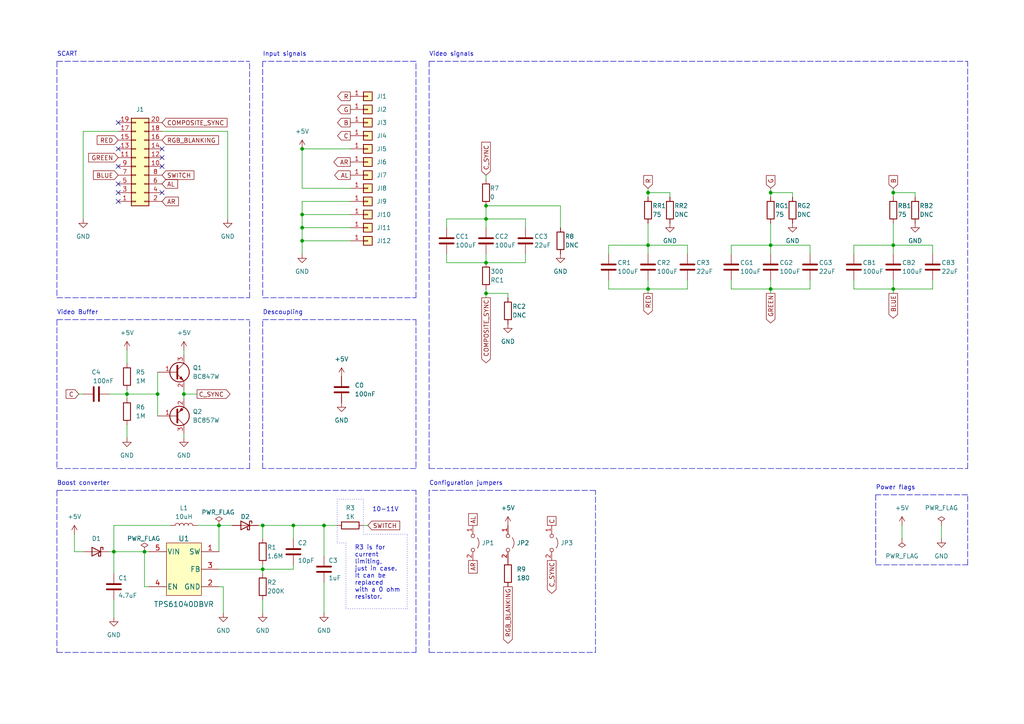
<source format=kicad_sch>
(kicad_sch (version 20211123) (generator eeschema)
  (paper "A4")
  (title_block (title "ScartPCB") (date "2023-08-10") (rev "2.0") (company "screwbreaker") (comment 1 "A PCB for console SCART connector"))
  (lib_symbols
    (symbol "Connector_Generic:Conn_01x01" (pin_names (offset 1.016) hide)
      (property "Reference" "J" (at 0 2.54 0))
      (property "Value" "Conn_01x01" (at 0 -2.54 0))
      (symbol "Conn_01x01_1_1"
        (pin passive line (at -5.08 0 0) (length 3.81) (name "Pin_1") (number "1"))
      )
    )
    (symbol "Connector_Generic:Conn_02x10_Odd_Even" (pin_names (offset 1.016) hide)
      (property "Reference" "J" (at 1.27 12.7 0))
      (property "Value" "Conn_02x10_Odd_Even" (at 1.27 -15.24 0))
      (symbol "Conn_02x10_Odd_Even_1_1"
        (pin passive line (at -5.08 10.16 0) (length 3.81) (name "Pin_1") (number "1"))
        (pin passive line (at 7.62 0 180) (length 3.81) (name "Pin_10") (number "10"))
        (pin passive line (at -5.08 -2.54 0) (length 3.81) (name "Pin_11") (number "11"))
        (pin passive line (at 7.62 -2.54 180) (length 3.81) (name "Pin_12") (number "12"))
        (pin passive line (at -5.08 -5.08 0) (length 3.81) (name "Pin_13") (number "13"))
        (pin passive line (at 7.62 -5.08 180) (length 3.81) (name "Pin_14") (number "14"))
        (pin passive line (at -5.08 -7.62 0) (length 3.81) (name "Pin_15") (number "15"))
        (pin passive line (at 7.62 -7.62 180) (length 3.81) (name "Pin_16") (number "16"))
        (pin passive line (at -5.08 -10.16 0) (length 3.81) (name "Pin_17") (number "17"))
        (pin passive line (at 7.62 -10.16 180) (length 3.81) (name "Pin_18") (number "18"))
        (pin passive line (at -5.08 -12.7 0) (length 3.81) (name "Pin_19") (number "19"))
        (pin passive line (at 7.62 10.16 180) (length 3.81) (name "Pin_2") (number "2"))
        (pin passive line (at 7.62 -12.7 180) (length 3.81) (name "Pin_20") (number "20"))
        (pin passive line (at -5.08 7.62 0) (length 3.81) (name "Pin_3") (number "3"))
        (pin passive line (at 7.62 7.62 180) (length 3.81) (name "Pin_4") (number "4"))
        (pin passive line (at -5.08 5.08 0) (length 3.81) (name "Pin_5") (number "5"))
        (pin passive line (at 7.62 5.08 180) (length 3.81) (name "Pin_6") (number "6"))
        (pin passive line (at -5.08 2.54 0) (length 3.81) (name "Pin_7") (number "7"))
        (pin passive line (at 7.62 2.54 180) (length 3.81) (name "Pin_8") (number "8"))
        (pin passive line (at -5.08 0 0) (length 3.81) (name "Pin_9") (number "9"))
      )
    )
    (symbol "Device:C" (pin_numbers hide) (pin_names (offset 0.254))
      (property "Reference" "C" (at 0.635 2.54 0))
      (property "Value" "C" (at 0.635 -2.54 0))
      (symbol "C_1_1"
        (pin passive line (at 0 3.81 270) (length 2.794) (name "~") (number "1"))
        (pin passive line (at 0 -3.81 90) (length 2.794) (name "~") (number "2"))
      )
    )
    (symbol "Device:D_Schottky" (pin_numbers hide) (pin_names (offset 1.016) hide)
      (property "Reference" "D" (at 0 2.54 0))
      (property "Value" "D_Schottky" (at 0 -2.54 0))
      (symbol "D_Schottky_1_1"
        (pin passive line (at -3.81 0 0) (length 2.54) (name "K") (number "1"))
        (pin passive line (at 3.81 0 180) (length 2.54) (name "A") (number "2"))
      )
    )
    (symbol "Device:L" (pin_numbers hide) (pin_names (offset 1.016) hide)
      (property "Reference" "L" (at -1.27 0 90))
      (property "Value" "L" (at 1.905 0 90))
      (symbol "L_1_1"
        (pin passive line (at 0 3.81 270) (length 1.27) (name "1") (number "1"))
        (pin passive line (at 0 -3.81 90) (length 1.27) (name "2") (number "2"))
      )
    )
    (symbol "Device:R" (pin_numbers hide) (pin_names (offset 0))
      (property "Reference" "R" (at 2.032 0 90))
      (property "Value" "R" (at 0 0 90))
      (symbol "R_1_1"
        (pin passive line (at 0 3.81 270) (length 1.27) (name "~") (number "1"))
        (pin passive line (at 0 -3.81 90) (length 1.27) (name "~") (number "2"))
      )
    )
    (symbol "Jumper:Jumper_2_Open" (pin_names (offset 0) hide)
      (property "Reference" "JP" (at 0 2.794 0))
      (property "Value" "Jumper_2_Open" (at 0 -2.286 0))
      (symbol "Jumper_2_Open_1_1"
        (pin passive line (at -5.08 0 0) (length 2.54) (name "A") (number "1"))
        (pin passive line (at 5.08 0 180) (length 2.54) (name "B") (number "2"))
      )
    )
    (symbol "TPS61040DBVR:TPS61040DBVR" (pin_names (offset 0.254))
      (property "Reference" "U*" (at 0 10.16 0))
      (property "Value" "TPS61040DBVR" (at 0 -12.7 0))
      (symbol "TPS61040DBVR_1_1"
        (pin power_in line (at 10.16 5.08 180) (length 5.08) (name "SW") (number "1"))
        (pin power_in line (at 10.16 -5.08 180) (length 5.08) (name "GND") (number "2"))
        (pin input line (at 10.16 0 180) (length 5.08) (name "FB") (number "3"))
        (pin input line (at -10.16 -5.08 0) (length 5.08) (name "EN") (number "4"))
        (pin power_in line (at -10.16 5.08 0) (length 5.08) (name "VIN") (number "5"))
      )
    )
    (symbol "Transistor_BJT:BC847W" (pin_names (offset 0) hide)
      (property "Reference" "Q" (at 5.08 1.905 0))
      (property "Value" "BC847W" (at 5.08 0 0))
      (symbol "BC847W_1_1"
        (pin input line (at -5.08 0 0) (length 5.715) (name "B") (number "1"))
        (pin passive line (at 2.54 -5.08 90) (length 2.54) (name "E") (number "2"))
        (pin passive line (at 2.54 5.08 270) (length 2.54) (name "C") (number "3"))
      )
    )
    (symbol "Transistor_BJT:BC857W" (pin_names (offset 0) hide)
      (property "Reference" "Q" (at 5.08 1.905 0))
      (property "Value" "BC857W" (at 5.08 0 0))
      (symbol "BC857W_1_1"
        (pin input line (at -5.08 0 0) (length 5.715) (name "B") (number "1"))
        (pin passive line (at 2.54 -5.08 90) (length 2.54) (name "E") (number "2"))
        (pin passive line (at 2.54 5.08 270) (length 2.54) (name "C") (number "3"))
      )
    )
    (symbol "power:+5V" (power) (pin_names (offset 0))
      (property "Value" "+5V" (at 0 3.556 0))
      (symbol "+5V_1_1"
        (pin power_in line (at 0 0 90) (length 0) hide (name "+5V") (number "1"))
      )
    )
    (symbol "power:GND" (power) (pin_names (offset 0))
      (property "Value" "GND" (at 0 -3.81 0))
      (symbol "GND_1_1"
        (pin power_in line (at 0 0 270) (length 0) hide (name "GND") (number "1"))
      )
    )
    (symbol "power:PWR_FLAG" (power) (pin_numbers hide) (pin_names (offset 0) hide)
      (property "Value" "PWR_FLAG" (at 0 3.81 0))
      (symbol "PWR_FLAG_0_0"
        (pin power_out line (at 0 0 90) (length 0) (name "pwr") (number "1"))
      )
    )
  )
  (junction (at 187.96 55.88))
  (junction (at 41.91 160.02))
  (junction (at 93.98 152.4))
  (junction (at 33.02 160.02))
  (junction (at 85.09 152.4))
  (junction (at 63.5 152.4))
  (junction (at 140.97 85.09))
  (junction (at 87.63 66.04))
  (junction (at 223.52 55.88))
  (junction (at 223.52 71.12))
  (junction (at 53.34 114.3))
  (junction (at 140.97 76.2))
  (junction (at 76.2 165.1))
  (junction (at 187.96 71.12))
  (junction (at 140.97 63.5))
  (junction (at 87.63 69.85))
  (junction (at 259.08 55.88))
  (junction (at 87.63 62.23))
  (junction (at 140.97 59.69))
  (junction (at 45.72 114.3))
  (junction (at 259.08 83.82))
  (junction (at 223.52 83.82))
  (junction (at 187.96 83.82))
  (junction (at 87.63 43.18))
  (junction (at 36.83 114.3))
  (junction (at 76.2 152.4))
  (junction (at 259.08 71.12))
  (no_connect (at 46.99 48.26))
  (no_connect (at 46.99 45.72))
  (no_connect (at 46.99 43.18))
  (no_connect (at 34.29 58.42))
  (no_connect (at 46.99 55.88))
  (no_connect (at 34.29 55.88))
  (no_connect (at 34.29 53.34))
  (no_connect (at 34.29 43.18))
  (no_connect (at 34.29 48.26))
  (no_connect (at 34.29 35.56))
  (wire (pts (xy 176.53 81.28) (xy 176.53 83.82)))
  (wire (pts (xy 187.96 54.61) (xy 187.96 55.88)))
  (wire (pts (xy 176.53 71.12) (xy 187.96 71.12)))
  (wire (pts (xy 187.96 71.12) (xy 187.96 73.66)))
  (wire (pts (xy 140.97 63.5) (xy 140.97 59.69)))
  (wire (pts (xy 140.97 52.07) (xy 140.97 50.8)))
  (wire (pts (xy 259.08 83.82) (xy 270.51 83.82)))
  (polyline (pts (xy 254 163.83) (xy 280.67 163.83)))
  (wire (pts (xy 259.08 71.12) (xy 270.51 71.12)))
  (polyline (pts (xy 16.51 135.89) (xy 72.39 135.89)))
  (wire (pts (xy 33.02 173.99) (xy 33.02 179.07)))
  (wire (pts (xy 101.6 54.61) (xy 87.63 54.61)))
  (wire (pts (xy 76.2 173.99) (xy 76.2 177.8)))
  (polyline (pts (xy 105.41 144.78) (xy 97.79 144.78)) (stroke (width 0) (type dot)))
  (wire (pts (xy 223.52 71.12) (xy 223.52 73.66)))
  (wire (pts (xy 85.09 152.4) (xy 85.09 156.21)))
  (wire (pts (xy 140.97 63.5) (xy 152.4 63.5)))
  (polyline (pts (xy 100.33 176.53) (xy 118.11 176.53)) (stroke (width 0) (type dot)))
  (polyline (pts (xy 172.72 142.24) (xy 124.46 142.24)))
  (wire (pts (xy 87.63 66.04) (xy 101.6 66.04)))
  (polyline (pts (xy 16.51 17.78) (xy 72.39 17.78)))
  (wire (pts (xy 36.83 113.03) (xy 36.83 114.3)))
  (wire (pts (xy 273.05 156.21) (xy 273.05 152.4)))
  (polyline (pts (xy 124.46 17.78) (xy 124.46 135.89)))
  (wire (pts (xy 140.97 66.04) (xy 140.97 63.5)))
  (wire (pts (xy 259.08 71.12) (xy 259.08 73.66)))
  (wire (pts (xy 223.52 71.12) (xy 234.95 71.12)))
  (wire (pts (xy 187.96 83.82) (xy 199.39 83.82)))
  (wire (pts (xy 53.34 114.3) (xy 57.15 114.3)))
  (wire (pts (xy 129.54 63.5) (xy 140.97 63.5)))
  (wire (pts (xy 66.04 38.1) (xy 66.04 63.5)))
  (wire (pts (xy 270.51 71.12) (xy 270.51 73.66)))
  (wire (pts (xy 152.4 63.5) (xy 152.4 66.04)))
  (polyline (pts (xy 72.39 135.89) (xy 72.39 92.71)))
  (wire (pts (xy 129.54 73.66) (xy 129.54 76.2)))
  (wire (pts (xy 212.09 81.28) (xy 212.09 83.82)))
  (wire (pts (xy 45.72 107.95) (xy 45.72 114.3)))
  (wire (pts (xy 87.63 66.04) (xy 87.63 62.23)))
  (wire (pts (xy 93.98 161.29) (xy 93.98 152.4)))
  (wire (pts (xy 247.65 71.12) (xy 259.08 71.12)))
  (wire (pts (xy 223.52 83.82) (xy 234.95 83.82)))
  (wire (pts (xy 53.34 127) (xy 53.34 125.73)))
  (wire (pts (xy 53.34 102.87) (xy 53.34 101.6)))
  (polyline (pts (xy 16.51 92.71) (xy 72.39 92.71)))
  (wire (pts (xy 187.96 83.82) (xy 187.96 85.09)))
  (wire (pts (xy 36.83 114.3) (xy 36.83 115.57)))
  (wire (pts (xy 187.96 55.88) (xy 194.31 55.88)))
  (wire (pts (xy 265.43 55.88) (xy 265.43 57.15)))
  (wire (pts (xy 31.75 114.3) (xy 36.83 114.3)))
  (polyline (pts (xy 124.46 142.24) (xy 124.46 189.23)))
  (wire (pts (xy 31.75 160.02) (xy 33.02 160.02)))
  (wire (pts (xy 223.52 83.82) (xy 223.52 85.09)))
  (polyline (pts (xy 120.65 189.23) (xy 120.65 142.24)))
  (wire (pts (xy 53.34 114.3) (xy 53.34 115.57)))
  (polyline (pts (xy 120.65 92.71) (xy 120.65 135.89)))
  (wire (pts (xy 223.52 55.88) (xy 229.87 55.88)))
  (wire (pts (xy 85.09 152.4) (xy 93.98 152.4)))
  (wire (pts (xy 259.08 55.88) (xy 265.43 55.88)))
  (wire (pts (xy 234.95 71.12) (xy 234.95 73.66)))
  (wire (pts (xy 247.65 83.82) (xy 259.08 83.82)))
  (wire (pts (xy 212.09 71.12) (xy 223.52 71.12)))
  (wire (pts (xy 22.86 114.3) (xy 24.13 114.3)))
  (wire (pts (xy 33.02 160.02) (xy 33.02 152.4)))
  (wire (pts (xy 223.52 64.77) (xy 223.52 71.12)))
  (wire (pts (xy 33.02 160.02) (xy 41.91 160.02)))
  (polyline (pts (xy 16.51 189.23) (xy 120.65 189.23)))
  (wire (pts (xy 34.29 38.1) (xy 24.13 38.1)))
  (wire (pts (xy 63.5 152.4) (xy 67.31 152.4)))
  (polyline (pts (xy 280.67 143.51) (xy 254 143.51)))
  (polyline (pts (xy 76.2 135.89) (xy 76.2 92.71)))
  (polyline (pts (xy 172.72 189.23) (xy 172.72 142.24)))
  (wire (pts (xy 247.65 73.66) (xy 247.65 71.12)))
  (wire (pts (xy 129.54 66.04) (xy 129.54 63.5)))
  (wire (pts (xy 36.83 114.3) (xy 45.72 114.3)))
  (wire (pts (xy 129.54 76.2) (xy 140.97 76.2)))
  (wire (pts (xy 140.97 86.36) (xy 140.97 85.09)))
  (wire (pts (xy 87.63 54.61) (xy 87.63 43.18)))
  (wire (pts (xy 259.08 55.88) (xy 259.08 57.15)))
  (wire (pts (xy 162.56 59.69) (xy 162.56 66.04)))
  (wire (pts (xy 33.02 152.4) (xy 49.53 152.4)))
  (polyline (pts (xy 120.65 17.78) (xy 76.2 17.78)))
  (wire (pts (xy 46.99 38.1) (xy 66.04 38.1)))
  (wire (pts (xy 140.97 59.69) (xy 162.56 59.69)))
  (polyline (pts (xy 16.51 86.36) (xy 72.39 86.36)))
  (polyline (pts (xy 118.11 176.53) (xy 118.11 154.94)) (stroke (width 0) (type dot)))
  (wire (pts (xy 259.08 54.61) (xy 259.08 55.88)))
  (wire (pts (xy 194.31 55.88) (xy 194.31 57.15)))
  (wire (pts (xy 76.2 163.83) (xy 76.2 165.1)))
  (wire (pts (xy 187.96 64.77) (xy 187.96 71.12)))
  (wire (pts (xy 87.63 69.85) (xy 87.63 66.04)))
  (wire (pts (xy 199.39 83.82) (xy 199.39 81.28)))
  (wire (pts (xy 140.97 76.2) (xy 152.4 76.2)))
  (wire (pts (xy 63.5 165.1) (xy 76.2 165.1)))
  (wire (pts (xy 74.93 152.4) (xy 76.2 152.4)))
  (polyline (pts (xy 254 143.51) (xy 254 163.83)))
  (wire (pts (xy 140.97 76.2) (xy 140.97 73.66)))
  (wire (pts (xy 93.98 152.4) (xy 97.79 152.4)))
  (wire (pts (xy 45.72 114.3) (xy 45.72 120.65)))
  (polyline (pts (xy 76.2 17.78) (xy 76.2 86.36)))
  (polyline (pts (xy 120.65 86.36) (xy 120.65 17.78)))
  (wire (pts (xy 33.02 160.02) (xy 33.02 166.37)))
  (wire (pts (xy 87.63 73.66) (xy 87.63 69.85)))
  (polyline (pts (xy 16.51 142.24) (xy 120.65 142.24)))
  (polyline (pts (xy 105.41 154.94) (xy 105.41 144.78)) (stroke (width 0) (type dot)))
  (polyline (pts (xy 76.2 92.71) (xy 120.65 92.71)))
  (wire (pts (xy 36.83 123.19) (xy 36.83 127)))
  (wire (pts (xy 229.87 55.88) (xy 229.87 57.15)))
  (wire (pts (xy 187.96 71.12) (xy 199.39 71.12)))
  (wire (pts (xy 87.63 43.18) (xy 101.6 43.18)))
  (wire (pts (xy 270.51 83.82) (xy 270.51 81.28)))
  (wire (pts (xy 152.4 76.2) (xy 152.4 73.66)))
  (wire (pts (xy 223.52 55.88) (xy 223.52 57.15)))
  (polyline (pts (xy 76.2 86.36) (xy 120.65 86.36)))
  (wire (pts (xy 259.08 83.82) (xy 259.08 85.09)))
  (wire (pts (xy 85.09 165.1) (xy 76.2 165.1)))
  (wire (pts (xy 76.2 165.1) (xy 76.2 166.37)))
  (polyline (pts (xy 280.67 135.89) (xy 280.67 17.78)))
  (wire (pts (xy 176.53 73.66) (xy 176.53 71.12)))
  (polyline (pts (xy 72.39 86.36) (xy 72.39 17.78)))
  (polyline (pts (xy 16.51 142.24) (xy 16.51 189.23)))
  (wire (pts (xy 87.63 69.85) (xy 101.6 69.85)))
  (wire (pts (xy 85.09 163.83) (xy 85.09 165.1)))
  (wire (pts (xy 41.91 160.02) (xy 41.91 170.18)))
  (wire (pts (xy 101.6 62.23) (xy 87.63 62.23)))
  (wire (pts (xy 21.59 160.02) (xy 21.59 154.94)))
  (wire (pts (xy 234.95 83.82) (xy 234.95 81.28)))
  (polyline (pts (xy 118.11 154.94) (xy 105.41 154.94)) (stroke (width 0) (type dot)))
  (polyline (pts (xy 124.46 135.89) (xy 280.67 135.89)))
  (wire (pts (xy 199.39 71.12) (xy 199.39 73.66)))
  (wire (pts (xy 93.98 168.91) (xy 93.98 177.8)))
  (polyline (pts (xy 120.65 135.89) (xy 76.2 135.89)))
  (wire (pts (xy 140.97 85.09) (xy 147.32 85.09)))
  (wire (pts (xy 187.96 81.28) (xy 187.96 83.82)))
  (polyline (pts (xy 280.67 163.83) (xy 280.67 143.51)))
  (polyline (pts (xy 97.79 157.48) (xy 100.33 157.48)) (stroke (width 0) (type dot)))
  (wire (pts (xy 41.91 160.02) (xy 43.18 160.02)))
  (wire (pts (xy 63.5 170.18) (xy 64.77 170.18)))
  (wire (pts (xy 259.08 81.28) (xy 259.08 83.82)))
  (wire (pts (xy 212.09 83.82) (xy 223.52 83.82)))
  (polyline (pts (xy 97.79 144.78) (xy 97.79 157.48)) (stroke (width 0) (type dot)))
  (wire (pts (xy 212.09 73.66) (xy 212.09 71.12)))
  (wire (pts (xy 64.77 170.18) (xy 64.77 177.8)))
  (wire (pts (xy 105.41 152.4) (xy 106.68 152.4)))
  (wire (pts (xy 187.96 55.88) (xy 187.96 57.15)))
  (polyline (pts (xy 100.33 157.48) (xy 100.33 176.53)) (stroke (width 0) (type dot)))
  (wire (pts (xy 76.2 156.21) (xy 76.2 152.4)))
  (polyline (pts (xy 124.46 189.23) (xy 172.72 189.23)))
  (polyline (pts (xy 124.46 17.78) (xy 280.67 17.78)))
  (wire (pts (xy 57.15 152.4) (xy 63.5 152.4)))
  (wire (pts (xy 223.52 81.28) (xy 223.52 83.82)))
  (wire (pts (xy 87.63 62.23) (xy 87.63 58.42)))
  (wire (pts (xy 76.2 152.4) (xy 85.09 152.4)))
  (wire (pts (xy 24.13 38.1) (xy 24.13 63.5)))
  (wire (pts (xy 36.83 101.6) (xy 36.83 105.41)))
  (wire (pts (xy 24.13 160.02) (xy 21.59 160.02)))
  (wire (pts (xy 261.62 152.4) (xy 261.62 156.21)))
  (wire (pts (xy 247.65 81.28) (xy 247.65 83.82)))
  (polyline (pts (xy 16.51 17.78) (xy 16.51 86.36)))
  (polyline (pts (xy 16.51 92.71) (xy 16.51 135.89)))
  (wire (pts (xy 53.34 113.03) (xy 53.34 114.3)))
  (wire (pts (xy 87.63 58.42) (xy 101.6 58.42)))
  (wire (pts (xy 147.32 85.09) (xy 147.32 86.36)))
  (wire (pts (xy 259.08 64.77) (xy 259.08 71.12)))
  (wire (pts (xy 140.97 85.09) (xy 140.97 83.82)))
  (wire (pts (xy 176.53 83.82) (xy 187.96 83.82)))
  (wire (pts (xy 43.18 170.18) (xy 41.91 170.18)))
  (wire (pts (xy 223.52 54.61) (xy 223.52 55.88)))
  (wire (pts (xy 63.5 152.4) (xy 63.5 160.02)))
  (text "Configuration jumpers" (at 124.46 140.97 0) (effects (font (size 1.27 1.27)) (justify left bottom)))
  (text "Power flags" (at 254 142.24 0) (effects (font (size 1.27 1.27)) (justify left bottom)))
  (text "Boost converter" (at 16.51 140.97 0) (effects (font (size 1.27 1.27)) (justify left bottom)))
  (text "Descoupling" (at 76.2 91.44 0) (effects (font (size 1.27 1.27)) (justify left bottom)))
  (text "Video Buffer" (at 16.51 91.44 0) (effects (font (size 1.27 1.27)) (justify left bottom)))
  (text "SCART" (at 16.51 16.51 0) (effects (font (size 1.27 1.27)) (justify left bottom)))
  (text "Input signals\n" (at 76.2 16.51 0) (effects (font (size 1.27 1.27)) (justify left bottom)))
  (text "10-11V" (at 107.95 148.59 0) (effects (font (size 1.27 1.27)) (justify left bottom)))
  (text "Video signals" (at 124.46 16.51 0) (effects (font (size 1.27 1.27)) (justify left bottom)))
  (text "R3 is for\ncurrent\nlimiting,\njust in case.\nIt can be\nreplaced\nwith a 0 ohm\nresistor." (at 102.87 173.99 0) (effects (font (size 1.27 1.27)) (justify left bottom)))
  (global_label "RED" (shape output) (at 187.96 85.09 270) (property "Riferimenti inter-foglio" "${INTERSHEET_REFS}" (effects hide)))
  (global_label "AL" (shape input) (at 46.99 53.34 0) (property "Riferimenti inter-foglio" "${INTERSHEET_REFS}" (effects hide)))
  (global_label "AR" (shape input) (at 46.99 58.42 0) (property "Riferimenti inter-foglio" "${INTERSHEET_REFS}" (effects hide)))
  (global_label "RGB_BLANKING" (shape output) (at 147.32 170.18 270) (property "Riferimenti inter-foglio" "${INTERSHEET_REFS}" (effects hide)))
  (global_label "AR" (shape passive) (at 137.16 162.56 270) (property "Riferimenti inter-foglio" "${INTERSHEET_REFS}" (effects hide)))
  (global_label "BLUE" (shape input) (at 34.29 50.8 180) (property "Riferimenti inter-foglio" "${INTERSHEET_REFS}" (effects hide)))
  (global_label "SWITCH" (shape input) (at 46.99 50.8 0) (property "Riferimenti inter-foglio" "${INTERSHEET_REFS}" (effects hide)))
  (global_label "R" (shape output) (at 101.6 27.94 180) (property "Riferimenti inter-foglio" "${INTERSHEET_REFS}" (effects hide)))
  (global_label "B" (shape input) (at 259.08 54.61 90) (property "Riferimenti inter-foglio" "${INTERSHEET_REFS}" (effects hide)))
  (global_label "R" (shape input) (at 187.96 54.61 90) (property "Riferimenti inter-foglio" "${INTERSHEET_REFS}" (effects hide)))
  (global_label "G" (shape output) (at 101.6 31.75 180) (property "Riferimenti inter-foglio" "${INTERSHEET_REFS}" (effects hide)))
  (global_label "C_SYNC" (shape output) (at 57.15 114.3 0) (property "Riferimenti inter-foglio" "${INTERSHEET_REFS}" (effects hide)))
  (global_label "AL" (shape passive) (at 137.16 152.4 90) (property "Riferimenti inter-foglio" "${INTERSHEET_REFS}" (effects hide)))
  (global_label "AR" (shape output) (at 101.6 46.99 180) (property "Riferimenti inter-foglio" "${INTERSHEET_REFS}" (effects hide)))
  (global_label "BLUE" (shape output) (at 259.08 85.09 270) (property "Riferimenti inter-foglio" "${INTERSHEET_REFS}" (effects hide)))
  (global_label "C" (shape output) (at 101.6 39.37 180) (property "Riferimenti inter-foglio" "${INTERSHEET_REFS}" (effects hide)))
  (global_label "RGB_BLANKING" (shape input) (at 46.99 40.64 0) (property "Riferimenti inter-foglio" "${INTERSHEET_REFS}" (effects hide)))
  (global_label "RED" (shape input) (at 34.29 40.64 180) (property "Riferimenti inter-foglio" "${INTERSHEET_REFS}" (effects hide)))
  (global_label "GREEN" (shape output) (at 223.52 85.09 270) (property "Riferimenti inter-foglio" "${INTERSHEET_REFS}" (effects hide)))
  (global_label "SWITCH" (shape input) (at 106.68 152.4 0) (property "Riferimenti inter-foglio" "${INTERSHEET_REFS}" (effects hide)))
  (global_label "C_SYNC" (shape input) (at 140.97 50.8 90) (property "Riferimenti inter-foglio" "${INTERSHEET_REFS}" (effects hide)))
  (global_label "B" (shape output) (at 101.6 35.56 180) (property "Riferimenti inter-foglio" "${INTERSHEET_REFS}" (effects hide)))
  (global_label "C" (shape input) (at 22.86 114.3 180) (property "Riferimenti inter-foglio" "${INTERSHEET_REFS}" (effects hide)))
  (global_label "G" (shape input) (at 223.52 54.61 90) (property "Riferimenti inter-foglio" "${INTERSHEET_REFS}" (effects hide)))
  (global_label "GREEN" (shape input) (at 34.29 45.72 180) (property "Riferimenti inter-foglio" "${INTERSHEET_REFS}" (effects hide)))
  (global_label "C_SYNC" (shape output) (at 160.02 162.56 270) (property "Riferimenti inter-foglio" "${INTERSHEET_REFS}" (effects hide)))
  (global_label "COMPOSITE_SYNC" (shape output) (at 140.97 86.36 270) (property "Riferimenti inter-foglio" "${INTERSHEET_REFS}" (effects hide)))
  (global_label "C" (shape passive) (at 160.02 152.4 90) (property "Riferimenti inter-foglio" "${INTERSHEET_REFS}" (effects hide)))
  (global_label "COMPOSITE_SYNC" (shape input) (at 46.99 35.56 0) (property "Riferimenti inter-foglio" "${INTERSHEET_REFS}" (effects hide)))
  (global_label "AL" (shape output) (at 101.6 50.8 180) (property "Riferimenti inter-foglio" "${INTERSHEET_REFS}" (effects hide)))
  (symbol (lib_id "power:GND") (at 87.63 73.66 0) (unit 1)
    (property "Reference" "#PWR0110" (effects hide))
    (property "Value" "GND" (at 87.63 78.74 0))
  )
  (symbol (lib_id "Device:R") (at 265.43 60.96 0) (unit 1) (in_bom no)
    (property "Reference" "RB2" (at 266.7 59.69 0) (effects (justify left)))
    (property "Value" "DNC" (at 266.7 62.23 0) (effects (justify left)))
    (property "Footprint" "Resistor_SMD:R_0402_1005Metric" (effects hide))
    (property "Datasheet" "https://eu.mouser.com/datasheet/2/1365/GeneralPurpose-2498088.pdf" (effects hide))
    (property "Manufacturer" "Royalohm" (effects hide))
    (property "Manufacturer_Part_Number" "0402WGF750JTCE" (effects hide))
    (property "Description" " 62.5mW 50V ±100ppm/℃ ±1% -55℃~+155℃ 75Ω 0402 Chip Resistor - Surface Mount ROHS " (effects hide))
    (property "Package" "0402" (effects hide))
  )
  (symbol (lib_id "power:GND") (at 162.56 73.66 0) (unit 1)
    (property "Reference" "#PWR0119" (effects hide))
    (property "Value" "GND" (at 162.56 78.74 0))
  )
  (symbol (lib_id "power:+5V") (at 53.34 101.6 0) (unit 1)
    (property "Reference" "#PWR0115" (effects hide))
    (property "Value" "+5V" (at 53.34 96.52 0))
  )
  (symbol (lib_id "Connector_Generic:Conn_01x01") (at 106.68 69.85 0) (unit 1) (in_bom no)
    (property "Reference" "JI12" (at 109.22 69.85 0) (effects (justify left)))
    (property "Value" "Conn_01x01" (effects hide))
    (property "Footprint" "Footprints:PAD2x2" (effects hide))
  )
  (symbol (lib_id "power:GND") (at 229.87 64.77 0) (unit 1)
    (property "Reference" "#PWR0117" (effects hide))
    (property "Value" "GND" (at 229.87 69.85 0))
  )
  (symbol (lib_id "Connector_Generic:Conn_01x01") (at 106.68 66.04 0) (unit 1) (in_bom no)
    (property "Reference" "JI11" (at 109.22 66.04 0) (effects (justify left)))
    (property "Value" "Conn_01x01" (effects hide))
    (property "Footprint" "Footprints:PAD2x2" (effects hide))
  )
  (symbol (lib_id "Device:R") (at 147.32 166.37 0) (unit 1)
    (property "Reference" "R9" (at 149.86 165.0999 0) (effects (justify left)))
    (property "Value" "180" (at 149.86 167.6399 0) (effects (justify left)))
    (property "Footprint" "Resistor_SMD:R_0402_1005Metric" (effects hide))
    (property "Datasheet" "https://www.mouser.it/datasheet/2/1365/HighPowerHP-2498106.pdf" (effects hide))
    (property "Manufacturer" "Royalohm" (effects hide))
    (property "Manufacturer_Part_Number" "HP02WAF1800TCE" (effects hide))
    (property "Description" "100mW 50V ±100ppm/℃ ±1% -55℃~+155℃ 180Ω 0402 Chip Resistor - Surface Mount ROHS " (effects hide))
    (property "Package" "0402" (effects hide))
  )
  (symbol (lib_id "Jumper:Jumper_2_Open") (at 160.02 157.48 270) (unit 1) (in_bom no)
    (property "Reference" "JP3" (at 162.56 157.4799 90) (effects (justify left)))
    (property "Value" "Jumper_2_Open" (effects hide))
    (property "Footprint" "Jumper:SolderJumper-2_P1.3mm_Open_TrianglePad1.0x1.5mm" (effects hide))
  )
  (symbol (lib_id "power:+5V") (at 261.62 152.4 0) (unit 1)
    (property "Reference" "#PWR0120" (effects hide))
    (property "Value" "+5V" (at 261.62 147.32 0))
  )
  (symbol (lib_id "Device:C") (at 223.52 77.47 0) (unit 1)
    (property "Reference" "CG2" (at 226.06 76.2 0) (effects (justify left)))
    (property "Value" "100uF" (at 226.06 78.7401 0) (effects (justify left)))
    (property "Footprint" "Capacitor_SMD:C_1206_3216Metric" (effects hide))
    (property "Datasheet" "https://eu.mouser.com/datasheet/2/281/1/GRM31CR61A107ME05_01A-2066674.pdf" (effects hide))
    (property "Manufacturer" "Murata Electronics" (effects hide))
    (property "Manufacturer_Part_Number" "GRM31CR61A107ME05L" (effects hide))
    (property "Description" " 10V 100uF X5R ±20% 1206 Multilayer Ceramic Capacitors MLCC - SMD/SMT ROHS " (effects hide))
    (property "Package" "1206" (effects hide))
  )
  (symbol (lib_id "Transistor_BJT:BC857W") (at 50.8 120.65 0) (mirror x) (unit 1)
    (property "Reference" "Q2" (at 55.88 119.3799 0) (effects (justify left)))
    (property "Value" "BC857W" (at 55.88 121.9199 0) (effects (justify left)))
    (property "Footprint" "Package_TO_SOT_SMD:SOT-323_SC-70" (effects hide))
    (property "Datasheet" "https://eu.mouser.com/datasheet/2/916/BC856W_BC857W_BC858W-1319299.pdf" (effects hide))
    (property "Manufacturer" "Nexperia" (effects hide))
    (property "Manufacturer_Part_Number" "BC857W,135" (effects hide))
    (property "Description" "Bipolar Transistors - BJT BC857W/SOT323/SC-70" (effects hide))
    (property "Package" "SC-70" (effects hide))
  )
  (symbol (lib_id "Device:R") (at 259.08 60.96 0) (unit 1)
    (property "Reference" "RB1" (at 260.35 59.69 0) (effects (justify left)))
    (property "Value" "75" (at 260.35 62.23 0) (effects (justify left)))
    (property "Footprint" "Resistor_SMD:R_0402_1005Metric" (effects hide))
    (property "Datasheet" "https://eu.mouser.com/datasheet/2/1365/GeneralPurpose-2498088.pdf" (effects hide))
    (property "Manufacturer" "Royalohm" (effects hide))
    (property "Manufacturer_Part_Number" "0402WGF750JTCE" (effects hide))
    (property "Description" " 62.5mW 50V ±100ppm/℃ ±1% -55℃~+155℃ 75Ω 0402 Chip Resistor - Surface Mount ROHS " (effects hide))
    (property "Package" "0402" (effects hide))
  )
  (symbol (lib_id "Connector_Generic:Conn_01x01") (at 106.68 35.56 0) (unit 1) (in_bom no)
    (property "Reference" "JI3" (at 109.22 35.56 0) (effects (justify left)))
    (property "Value" "Conn_01x01" (effects hide))
    (property "Footprint" "Footprints:PAD2x2" (effects hide))
  )
  (symbol (lib_id "Connector_Generic:Conn_01x01") (at 106.68 50.8 0) (unit 1) (in_bom no)
    (property "Reference" "JI7" (at 109.22 50.8 0) (effects (justify left)))
    (property "Value" "Conn_01x01" (effects hide))
    (property "Footprint" "Footprints:PAD2x2" (effects hide))
  )
  (symbol (lib_id "TPS61040DBVR:TPS61040DBVR") (at 53.34 165.1 0) (unit 1)
    (property "Reference" "U1" (at 53.34 156.21 0) (effects (font (size 1.524 1.524))))
    (property "Value" "TPS61040DBVR" (at 53.34 175.26 0) (effects (font (size 1.524 1.524))))
    (property "Footprint" "Footprints:TPS61040DBVR" (effects hide))
    (property "Datasheet" "https://www.ti.com/lit/ds/symlink/tps61040.pdf" (effects hide))
    (property "Manufacturer" " Texas Instruments" (effects hide))
    (property "Manufacturer_Part_Number" "TPS61040DBVR" (effects hide))
    (property "Description" "28-V, 400-mA Switch Boost Converter in SOT-23 for LCD and White LED Applications" (effects hide))
    (property "Package" "SOT-23-5" (effects hide))
  )
  (symbol (lib_id "Device:C") (at 33.02 170.18 0) (unit 1)
    (property "Reference" "C1" (at 34.29 167.64 0) (effects (justify left)))
    (property "Value" "4.7uF" (at 34.29 172.72 0) (effects (justify left)))
    (property "Footprint" "Capacitor_SMD:C_0402_1005Metric" (effects hide))
    (property "Datasheet" "https://eu.mouser.com/datasheet/2/40/Kyocera_AVX_Components_CT_Series_e-2933596.pdf" (effects hide))
    (property "Manufacturer" "Kyocera AVX" (effects hide))
    (property "Manufacturer_Part_Number" "CM05X5R475M25AH" (effects hide))
    (property "Description" " 0402 Multilayer Ceramic Capacitors MLCC - SMD/SMT ROHS " (effects hide))
    (property "Package" "0402" (effects hide))
  )
  (symbol (lib_id "Connector_Generic:Conn_01x01") (at 106.68 27.94 0) (unit 1) (in_bom no)
    (property "Reference" "JI1" (at 109.22 27.94 0) (effects (justify left)))
    (property "Value" "Conn_01x01" (effects hide))
    (property "Footprint" "Footprints:PAD2x2" (effects hide))
  )
  (symbol (lib_id "Connector_Generic:Conn_02x10_Odd_Even") (at 39.37 48.26 0) (mirror x) (unit 1) (in_bom no)
    (property "Reference" "J1" (at 40.64 31.75 0))
    (property "Value" "Conn_02x10_Odd_Even" (effects hide))
    (property "Footprint" "Footprints:SCART" (effects hide))
  )
  (symbol (lib_id "power:GND") (at 147.32 93.98 0) (unit 1)
    (property "Reference" "#PWR0121" (effects hide))
    (property "Value" "GND" (at 147.32 99.06 0))
  )
  (symbol (lib_id "Device:L") (at 53.34 152.4 90) (unit 1)
    (property "Reference" "L1" (at 53.34 147.32 90))
    (property "Value" "10uH" (at 53.34 149.86 90))
    (property "Footprint" "Inductor_SMD:L_0603_1608Metric" (effects hide))
    (property "Datasheet" "https://product.tdk.com/system/files/dam/doc/product/inductor/inductor/smd/catalog/inductor_commercial_decoupling_mlz1608_en.pdf" (effects hide))
    (property "Manufacturer" "TDK" (effects hide))
    (property "Manufacturer_Part_Number" "MLZ1608M100WT000" (effects hide))
    (property "Description" " 250mA 10uH ±20% 90mA 1.05Ω 0603 Inductors (SMD) ROHS " (effects hide))
    (property "Package" "0603" (effects hide))
  )
  (symbol (lib_id "Device:C") (at 234.95 77.47 0) (unit 1)
    (property "Reference" "CG3" (at 237.49 76.2 0) (effects (justify left)))
    (property "Value" "22uF" (at 237.49 78.74 0) (effects (justify left)))
    (property "Footprint" "Capacitor_SMD:C_0603_1608Metric" (effects hide))
    (property "Datasheet" "https://eu.mouser.com/datasheet/2/585/MLCC-1837944.pdf" (effects hide))
    (property "Manufacturer" "Samsung" (effects hide))
    (property "Manufacturer_Part_Number" "CL10A226MP8NUNE" (effects hide))
    (property "Description" " 10V 22uF X5R ±20% 0603 Multilayer Ceramic Capacitors MLCC - SMD/SMT ROHS " (effects hide))
    (property "Package" "0603" (effects hide))
  )
  (symbol (lib_id "Device:R") (at 194.31 60.96 0) (unit 1) (in_bom no)
    (property "Reference" "RR2" (at 195.58 59.69 0) (effects (justify left)))
    (property "Value" "DNC" (at 195.58 62.23 0) (effects (justify left)))
    (property "Footprint" "Resistor_SMD:R_0402_1005Metric" (effects hide))
    (property "Datasheet" "https://eu.mouser.com/datasheet/2/1365/GeneralPurpose-2498088.pdf" (effects hide))
    (property "Manufacturer" "Royalohm" (effects hide))
    (property "Manufacturer_Part_Number" "0402WGF750JTCE" (effects hide))
    (property "Description" " 62.5mW 50V ±100ppm/℃ ±1% -55℃~+155℃ 75Ω 0402 Chip Resistor - Surface Mount ROHS " (effects hide))
    (property "Package" "0402" (effects hide))
  )
  (symbol (lib_id "power:PWR_FLAG") (at 261.62 156.21 180) (unit 1)
    (property "Reference" "#FLG0101" (effects hide))
    (property "Value" "PWR_FLAG" (at 261.62 161.29 0))
  )
  (symbol (lib_id "power:PWR_FLAG") (at 41.91 160.02 0) (unit 1)
    (property "Reference" "#FLG0103" (effects hide))
    (property "Value" "PWR_FLAG" (at 36.83 156.21 0) (effects (justify left)))
  )
  (symbol (lib_id "power:+5V") (at 147.32 152.4 0) (unit 1)
    (property "Reference" "#PWR0102" (effects hide))
    (property "Value" "+5V" (at 147.32 147.32 0))
  )
  (symbol (lib_id "power:GND") (at 99.06 116.84 0) (unit 1)
    (property "Reference" "#PWR0111" (effects hide))
    (property "Value" "GND" (at 99.06 121.92 0))
  )
  (symbol (lib_id "Device:C") (at 129.54 69.85 0) (mirror x) (unit 1)
    (property "Reference" "CC1" (at 132.08 68.58 0) (effects (justify left)))
    (property "Value" "100uF" (at 132.08 71.12 0) (effects (justify left)))
    (property "Footprint" "Capacitor_SMD:C_1206_3216Metric" (effects hide))
    (property "Datasheet" "https://eu.mouser.com/datasheet/2/281/1/GRM31CR61A107ME05_01A-2066674.pdf" (effects hide))
    (property "Manufacturer" "Murata Electronics" (effects hide))
    (property "Manufacturer_Part_Number" "GRM31CR61A107ME05L" (effects hide))
    (property "Description" " 10V 100uF X5R ±20% 1206 Multilayer Ceramic Capacitors MLCC - SMD/SMT ROHS " (effects hide))
    (property "Package" "1206" (effects hide))
  )
  (symbol (lib_id "Device:R") (at 162.56 69.85 0) (unit 1) (in_bom no)
    (property "Reference" "R8" (at 163.83 68.58 0) (effects (justify left)))
    (property "Value" "DNC" (at 163.83 71.12 0) (effects (justify left)))
    (property "Footprint" "Resistor_SMD:R_0402_1005Metric" (effects hide))
    (property "Package" "0402" (effects hide))
  )
  (symbol (lib_id "Device:C") (at 176.53 77.47 0) (unit 1)
    (property "Reference" "CR1" (at 179.07 76.2 0) (effects (justify left)))
    (property "Value" "100uF" (at 179.07 78.7401 0) (effects (justify left)))
    (property "Footprint" "Capacitor_SMD:C_1206_3216Metric" (effects hide))
    (property "Datasheet" "https://eu.mouser.com/datasheet/2/281/1/GRM31CR61A107ME05_01A-2066674.pdf" (effects hide))
    (property "Manufacturer" "Murata Electronics" (effects hide))
    (property "Manufacturer_Part_Number" "GRM31CR61A107ME05L" (effects hide))
    (property "Description" " 10V 100uF X5R ±20% 1206 Multilayer Ceramic Capacitors MLCC - SMD/SMT ROHS " (effects hide))
    (property "Package" "1206" (effects hide))
  )
  (symbol (lib_id "power:GND") (at 66.04 63.5 0) (unit 1)
    (property "Reference" "#PWR0103" (effects hide))
    (property "Value" "GND" (at 66.04 68.58 0))
  )
  (symbol (lib_id "Device:C") (at 152.4 69.85 0) (mirror x) (unit 1)
    (property "Reference" "CC3" (at 154.94 68.58 0) (effects (justify left)))
    (property "Value" "22uF" (at 154.94 71.12 0) (effects (justify left)))
    (property "Footprint" "Capacitor_SMD:C_0603_1608Metric" (effects hide))
    (property "Datasheet" "https://eu.mouser.com/datasheet/2/585/MLCC-1837944.pdf" (effects hide))
    (property "Manufacturer" "Samsung" (effects hide))
    (property "Manufacturer_Part_Number" "CL10A226MP8NUNE" (effects hide))
    (property "Description" " 10V 22uF X5R ±20% 0603 Multilayer Ceramic Capacitors MLCC - SMD/SMT ROHS " (effects hide))
    (property "Package" "0603" (effects hide))
  )
  (symbol (lib_id "Transistor_BJT:BC847W") (at 50.8 107.95 0) (unit 1)
    (property "Reference" "Q1" (at 55.88 106.6799 0) (effects (justify left)))
    (property "Value" "BC847W" (at 55.88 109.2199 0) (effects (justify left)))
    (property "Footprint" "Package_TO_SOT_SMD:SOT-323_SC-70" (effects hide))
    (property "Datasheet" "https://eu.mouser.com/datasheet/2/916/BC847XW_SER-3081653.pdf" (effects hide))
    (property "Manufacturer" "Nexperia" (effects hide))
    (property "Manufacturer_Part_Number" "BC847W,115" (effects hide))
    (property "Description" "Bipolar Transistors - BJT BC847W/SOT323/SC-70 " (effects hide))
    (property "Package" "SC-70" (effects hide))
  )
  (symbol (lib_id "Connector_Generic:Conn_01x01") (at 106.68 39.37 0) (unit 1) (in_bom no)
    (property "Reference" "JI4" (at 109.22 39.37 0) (effects (justify left)))
    (property "Value" "Conn_01x01" (effects hide))
    (property "Footprint" "Footprints:PAD2x2" (effects hide))
  )
  (symbol (lib_id "Device:R") (at 147.32 90.17 0) (unit 1) (in_bom no)
    (property "Reference" "RC2" (at 148.59 88.9 0) (effects (justify left)))
    (property "Value" "DNC" (at 148.59 91.44 0) (effects (justify left)))
    (property "Footprint" "Resistor_SMD:R_0402_1005Metric" (effects hide))
    (property "Package" "0402" (effects hide))
  )
  (symbol (lib_id "power:GND") (at 194.31 64.77 0) (unit 1)
    (property "Reference" "#PWR0118" (effects hide))
    (property "Value" "GND" (at 194.31 69.85 0))
  )
  (symbol (lib_id "power:GND") (at 265.43 64.77 0) (unit 1)
    (property "Reference" "#PWR0116" (effects hide))
    (property "Value" "GND" (at 265.43 69.85 0))
  )
  (symbol (lib_id "Device:R") (at 140.97 55.88 180) (unit 1)
    (property "Reference" "R7" (at 144.78 54.61 0) (effects (justify left)))
    (property "Value" "0" (at 143.51 57.15 0) (effects (justify left)))
    (property "Footprint" "Resistor_SMD:R_0402_1005Metric" (effects hide))
    (property "Datasheet" "https://eu.mouser.com/datasheet/2/1365/1-3044649.pdf" (effects hide))
    (property "Manufacturer" "Royalohm" (effects hide))
    (property "Manufacturer_Part_Number" "0402WGF750JTCE" (effects hide))
    (property "Description" "Thick Film Resistors - SMD 0402 1/16W 1% 0R T/R-10000 " (effects hide))
    (property "Package" "0402" (effects hide))
  )
  (symbol (lib_id "power:+5V") (at 36.83 101.6 0) (unit 1)
    (property "Reference" "#PWR0113" (effects hide))
    (property "Value" "+5V" (at 36.83 96.52 0))
  )
  (symbol (lib_id "Device:C") (at 187.96 77.47 0) (unit 1)
    (property "Reference" "CR2" (at 190.5 76.2 0) (effects (justify left)))
    (property "Value" "100uF" (at 190.5 78.7401 0) (effects (justify left)))
    (property "Footprint" "Capacitor_SMD:C_1206_3216Metric" (effects hide))
    (property "Datasheet" "https://eu.mouser.com/datasheet/2/281/1/GRM31CR61A107ME05_01A-2066674.pdf" (effects hide))
    (property "Manufacturer" "Murata Electronics" (effects hide))
    (property "Manufacturer_Part_Number" "GRM31CR61A107ME05L" (effects hide))
    (property "Description" " 10V 100uF X5R ±20% 1206 Multilayer Ceramic Capacitors MLCC - SMD/SMT ROHS " (effects hide))
    (property "Package" "1206" (effects hide))
  )
  (symbol (lib_id "Device:C") (at 140.97 69.85 0) (mirror x) (unit 1)
    (property "Reference" "CC2" (at 143.51 68.58 0) (effects (justify left)))
    (property "Value" "100uF" (at 143.51 71.12 0) (effects (justify left)))
    (property "Footprint" "Capacitor_SMD:C_1206_3216Metric" (effects hide))
    (property "Datasheet" "https://eu.mouser.com/datasheet/2/281/1/GRM31CR61A107ME05_01A-2066674.pdf" (effects hide))
    (property "Manufacturer" "Murata Electronics" (effects hide))
    (property "Manufacturer_Part_Number" "GRM31CR61A107ME05L" (effects hide))
    (property "Description" " 10V 100uF X5R ±20% 1206 Multilayer Ceramic Capacitors MLCC - SMD/SMT ROHS " (effects hide))
    (property "Package" "1206" (effects hide))
  )
  (symbol (lib_id "Device:R") (at 223.52 60.96 0) (unit 1)
    (property "Reference" "RG1" (at 224.79 59.69 0) (effects (justify left)))
    (property "Value" "75" (at 224.79 62.23 0) (effects (justify left)))
    (property "Footprint" "Resistor_SMD:R_0402_1005Metric" (effects hide))
    (property "Datasheet" "https://eu.mouser.com/datasheet/2/1365/GeneralPurpose-2498088.pdf" (effects hide))
    (property "Manufacturer" "Royalohm" (effects hide))
    (property "Manufacturer_Part_Number" "0402WGF750JTCE" (effects hide))
    (property "Description" " 62.5mW 50V ±100ppm/℃ ±1% -55℃~+155℃ 75Ω 0402 Chip Resistor - Surface Mount ROHS " (effects hide))
    (property "Package" "0402" (effects hide))
  )
  (symbol (lib_id "power:GND") (at 53.34 127 0) (unit 1)
    (property "Reference" "#PWR0114" (effects hide))
    (property "Value" "GND" (at 53.34 132.08 0))
  )
  (symbol (lib_id "Device:R") (at 36.83 119.38 0) (unit 1)
    (property "Reference" "R6" (at 39.37 118.1099 0) (effects (justify left)))
    (property "Value" "1M" (at 39.37 120.6499 0) (effects (justify left)))
    (property "Footprint" "Resistor_SMD:R_0402_1005Metric" (effects hide))
    (property "Datasheet" "https://eu.mouser.com/datasheet/2/1365/1-3044649.pdf" (effects hide))
    (property "Manufacturer" "Royalohm " (effects hide))
    (property "Manufacturer_Part_Number" "0402WGF1004TCE" (effects hide))
    (property "Description" "Thick Film Resistors - SMD 0402 1/16W 1% 1M T/R-10000 " (effects hide))
    (property "Package" "0402" (effects hide))
  )
  (symbol (lib_id "Device:R") (at 76.2 160.02 0) (unit 1)
    (property "Reference" "R1" (at 77.47 158.75 0) (effects (justify left)))
    (property "Value" "1.6M" (at 77.47 161.29 0) (effects (justify left)))
    (property "Footprint" "Resistor_SMD:R_0402_1005Metric" (effects hide))
    (property "Datasheet" "https://www.mouser.it/datasheet/2/447/PYu_RC_Group_51_RoHS_L_11-1984063.pdf" (effects hide))
    (property "Manufacturer" "YAEGO" (effects hide))
    (property "Manufacturer_Part_Number" "RC0402FR-071M6L" (effects hide))
    (property "Description" "62.5mW Thick Film Resistors 50V ±100ppm/℃ ±1% -55℃~+155℃ 1.6MΩ 0402 Chip Resistor - Surface Mount ROHS " (effects hide))
    (property "Package" "0402" (effects hide))
  )
  (symbol (lib_id "Connector_Generic:Conn_01x01") (at 106.68 43.18 0) (unit 1) (in_bom no)
    (property "Reference" "JI5" (at 109.22 43.18 0) (effects (justify left)))
    (property "Value" "Conn_01x01" (effects hide))
    (property "Footprint" "Footprints:PAD2x2" (effects hide))
  )
  (symbol (lib_id "Connector_Generic:Conn_01x01") (at 106.68 54.61 0) (unit 1) (in_bom no)
    (property "Reference" "JI8" (at 109.22 54.61 0) (effects (justify left)))
    (property "Value" "Conn_01x01" (effects hide))
    (property "Footprint" "Footprints:PAD2x2" (effects hide))
  )
  (symbol (lib_id "power:GND") (at 64.77 177.8 0) (unit 1)
    (property "Reference" "#PWR0108" (effects hide))
    (property "Value" "GND" (at 64.77 182.88 0))
  )
  (symbol (lib_id "Device:C") (at 99.06 113.03 0) (unit 1)
    (property "Reference" "C0" (at 102.87 111.7599 0) (effects (justify left)))
    (property "Value" "100nF" (at 102.87 114.2999 0) (effects (justify left)))
    (property "Footprint" "Capacitor_SMD:C_0402_1005Metric" (effects hide))
    (property "Datasheet" "https://www.mouser.it/datasheet/2/447/UPY_NP0X5R_01005_4V_to_25V_V10-3003057.pdf" (effects hide))
    (property "Manufacturer" "YAEGO" (effects hide))
    (property "Manufacturer_Part_Number" "CC0402KRX7R7BB104" (effects hide))
    (property "Description" " 16V 100nF X7R ±10% 0402 Multilayer Ceramic Capacitors MLCC - SMD/SMT ROHS " (effects hide))
    (property "Package" "0402" (effects hide))
  )
  (symbol (lib_id "Device:R") (at 140.97 80.01 0) (mirror x) (unit 1)
    (property "Reference" "RC1" (at 142.24 81.28 0) (effects (justify left)))
    (property "Value" "300" (at 142.24 78.74 0) (effects (justify left)))
    (property "Footprint" "Resistor_SMD:R_0402_1005Metric" (effects hide))
    (property "Datasheet" "https://www.mouser.it/datasheet/2/447/PYu_RC_Group_51_RoHS_L_11-1984063.pdf" (effects hide))
    (property "Manufacturer" "Yaego" (effects hide))
    (property "Manufacturer_Part_Number" "RC0402JR-07300RL" (effects hide))
    (property "Description" "62.5mW Thick Film Resistors 50V ±100ppm/℃ ±5% -55℃~+155℃ 300Ω 0402 Chip Resistor - Surface Mount ROHS " (effects hide))
    (property "Package" "0402" (effects hide))
  )
  (symbol (lib_id "Device:C") (at 27.94 114.3 90) (unit 1)
    (property "Reference" "C4" (at 29.21 107.95 90) (effects (justify left)))
    (property "Value" "100nF" (at 33.02 110.49 90) (effects (justify left)))
    (property "Footprint" "Capacitor_SMD:C_0402_1005Metric" (effects hide))
    (property "Datasheet" "https://www.mouser.it/datasheet/2/447/UPY_NP0X5R_01005_4V_to_25V_V10-3003057.pdf" (effects hide))
    (property "Manufacturer" "YAEGO" (effects hide))
    (property "Manufacturer_Part_Number" "CC0402KRX7R7BB104" (effects hide))
    (property "Description" " 16V 100nF X7R ±10% 0402 Multilayer Ceramic Capacitors MLCC - SMD/SMT ROHS " (effects hide))
    (property "Package" "0402" (effects hide))
  )
  (symbol (lib_id "Device:D_Schottky") (at 27.94 160.02 0) (mirror y) (unit 1)
    (property "Reference" "D1" (at 27.94 156.21 0))
    (property "Value" "D_Schottky" (effects hide))
    (property "Footprint" "Diode_SMD:D_0402_1005Metric" (effects hide))
    (property "Datasheet" "https://eu.mouser.com/datasheet/2/80/CDBQR0130R_HF_RevC796140-2489182.pdf" (effects hide))
    (property "Manufacturer" "Comchip Technology" (effects hide))
    (property "Manufacturer_Part_Number" "CDBQR0130R-HF" (effects hide))
    (property "Package" "0402" (effects hide))
  )
  (symbol (lib_id "Jumper:Jumper_2_Open") (at 147.32 157.48 270) (unit 1) (in_bom no)
    (property "Reference" "JP2" (at 149.86 157.4799 90) (effects (justify left)))
    (property "Value" "Jumper_2_Open" (effects hide))
    (property "Footprint" "Jumper:SolderJumper-2_P1.3mm_Open_TrianglePad1.0x1.5mm" (effects hide))
  )
  (symbol (lib_id "power:+5V") (at 21.59 154.94 0) (unit 1)
    (property "Reference" "#PWR0106" (effects hide))
    (property "Value" "+5V" (at 21.59 149.86 0))
  )
  (symbol (lib_id "Connector_Generic:Conn_01x01") (at 106.68 46.99 0) (unit 1) (in_bom no)
    (property "Reference" "JI6" (at 109.22 46.99 0) (effects (justify left)))
    (property "Value" "Conn_01x01" (effects hide))
    (property "Footprint" "Footprints:PAD2x2" (effects hide))
  )
  (symbol (lib_id "power:GND") (at 93.98 177.8 0) (unit 1)
    (property "Reference" "#PWR0105" (effects hide))
    (property "Value" "GND" (at 93.98 182.88 0))
  )
  (symbol (lib_id "power:GND") (at 273.05 156.21 0) (unit 1)
    (property "Reference" "#PWR0123" (effects hide))
    (property "Value" "GND" (at 273.05 161.29 0))
  )
  (symbol (lib_id "power:+5V") (at 99.06 109.22 0) (unit 1)
    (property "Reference" "#PWR0122" (effects hide))
    (property "Value" "+5V" (at 99.06 104.14 0))
  )
  (symbol (lib_id "Device:R") (at 187.96 60.96 0) (unit 1)
    (property "Reference" "RR1" (at 189.23 59.69 0) (effects (justify left)))
    (property "Value" "75" (at 189.23 62.23 0) (effects (justify left)))
    (property "Footprint" "Resistor_SMD:R_0402_1005Metric" (effects hide))
    (property "Datasheet" "https://eu.mouser.com/datasheet/2/1365/GeneralPurpose-2498088.pdf" (effects hide))
    (property "Manufacturer" "Royalohm" (effects hide))
    (property "Manufacturer_Part_Number" "0402WGF750JTCE" (effects hide))
    (property "Description" " 62.5mW 50V ±100ppm/℃ ±1% -55℃~+155℃ 75Ω 0402 Chip Resistor - Surface Mount ROHS " (effects hide))
    (property "Package" "0402" (effects hide))
  )
  (symbol (lib_id "power:PWR_FLAG") (at 273.05 152.4 0) (unit 1)
    (property "Reference" "#FLG0102" (effects hide))
    (property "Value" "PWR_FLAG" (at 273.05 147.32 0))
  )
  (symbol (lib_id "Device:R") (at 101.6 152.4 90) (unit 1)
    (property "Reference" "R3" (at 101.6 147.32 90))
    (property "Value" "1K" (at 101.6 149.86 90))
    (property "Footprint" "Resistor_SMD:R_0402_1005Metric" (effects hide))
    (property "Datasheet" "https://www.mouser.it/datasheet/2/1365/GeneralPurpose-2498088.pdf" (effects hide))
    (property "Manufacturer" "Royalohm" (effects hide))
    (property "Manufacturer_Part_Number" "0402WGF1001TCE" (effects hide))
    (property "Description" "62.5mW Thick Film Resistors 50V ±100ppm/℃ ±1% -55℃~+155℃ 1kΩ 0402 Chip Resistor - Surface Mount ROHS" (effects hide))
    (property "Package" "0402" (effects hide))
    (property "Datasheet" "https://www.mouser.it/datasheet/2/1365/GeneralPurpose-2498088.pdf" (effects hide))
    (property "Footprint" "Resistor_SMD:R_0402_1005Metric" (effects hide))
    (property "Reference" "R3" (effects hide))
    (property "Value" "1K" (effects hide))
  )
  (symbol (lib_id "Device:C") (at 270.51 77.47 0) (unit 1)
    (property "Reference" "CB3" (at 273.05 76.2 0) (effects (justify left)))
    (property "Value" "22uF" (at 273.05 78.74 0) (effects (justify left)))
    (property "Footprint" "Capacitor_SMD:C_0603_1608Metric" (effects hide))
    (property "Datasheet" "https://eu.mouser.com/datasheet/2/585/MLCC-1837944.pdf" (effects hide))
    (property "Manufacturer" "Samsung" (effects hide))
    (property "Manufacturer_Part_Number" "CL10A226MP8NUNE" (effects hide))
    (property "Description" " 10V 22uF X5R ±20% 0603 Multilayer Ceramic Capacitors MLCC - SMD/SMT ROHS " (effects hide))
    (property "Package" "0603" (effects hide))
  )
  (symbol (lib_id "power:GND") (at 36.83 127 0) (unit 1)
    (property "Reference" "#PWR0112" (effects hide))
    (property "Value" "GND" (at 36.83 132.08 0))
  )
  (symbol (lib_id "Device:C") (at 199.39 77.47 0) (unit 1)
    (property "Reference" "CR3" (at 201.93 76.2 0) (effects (justify left)))
    (property "Value" "22uF" (at 201.93 78.74 0) (effects (justify left)))
    (property "Footprint" "Capacitor_SMD:C_0603_1608Metric" (effects hide))
    (property "Datasheet" "https://eu.mouser.com/datasheet/2/585/MLCC-1837944.pdf" (effects hide))
    (property "Manufacturer" "Samsung" (effects hide))
    (property "Manufacturer_Part_Number" "CL10A226MP8NUNE" (effects hide))
    (property "Description" " 10V 22uF X5R ±20% 0603 Multilayer Ceramic Capacitors MLCC - SMD/SMT ROHS " (effects hide))
    (property "Package" "0603" (effects hide))
  )
  (symbol (lib_id "Device:C") (at 93.98 165.1 0) (unit 1)
    (property "Reference" "C3" (at 95.25 162.56 0) (effects (justify left)))
    (property "Value" "1uF" (at 95.25 167.64 0) (effects (justify left)))
    (property "Footprint" "Capacitor_SMD:C_0402_1005Metric" (effects hide))
    (property "Datasheet" "https://eu.mouser.com/datasheet/2/281/1/GRM155R61E105MA12_01A-1983855.pdf" (effects hide))
    (property "Manufacturer" "Murata Electronics" (effects hide))
    (property "Manufacturer_Part_Number" "GRM155R61E105MA12D " (effects hide))
    (property "Description" " 0402 Multilayer Ceramic Capacitors MLCC - SMD/SMT ROHS " (effects hide))
    (property "Package" "0402" (effects hide))
  )
  (symbol (lib_id "Connector_Generic:Conn_01x01") (at 106.68 62.23 0) (unit 1) (in_bom no)
    (property "Reference" "JI10" (at 109.22 62.23 0) (effects (justify left)))
    (property "Value" "Conn_01x01" (effects hide))
    (property "Footprint" "Footprints:PAD2x2" (effects hide))
  )
  (symbol (lib_id "Device:R") (at 36.83 109.22 0) (unit 1)
    (property "Reference" "R5" (at 39.37 107.9499 0) (effects (justify left)))
    (property "Value" "1M" (at 39.37 110.4899 0) (effects (justify left)))
    (property "Footprint" "Resistor_SMD:R_0402_1005Metric" (effects hide))
    (property "Datasheet" "https://eu.mouser.com/datasheet/2/1365/1-3044649.pdf" (effects hide))
    (property "Manufacturer" "Royalohm" (effects hide))
    (property "Manufacturer_Part_Number" "0402WGF1004TCE " (effects hide))
    (property "Description" "Thick Film Resistors - SMD 0402 1/16W 1% 1M T/R-10000 " (effects hide))
    (property "Package" "0402" (effects hide))
  )
  (symbol (lib_id "Jumper:Jumper_2_Open") (at 137.16 157.48 270) (unit 1) (in_bom no)
    (property "Reference" "JP1" (at 139.7 157.4799 90) (effects (justify left)))
    (property "Value" "Jumper_2_Open" (effects hide))
    (property "Footprint" "Jumper:SolderJumper-2_P1.3mm_Open_TrianglePad1.0x1.5mm" (effects hide))
  )
  (symbol (lib_id "Device:C") (at 85.09 160.02 0) (unit 1)
    (property "Reference" "C2" (at 86.36 157.48 0) (effects (justify left)))
    (property "Value" "10pF" (at 86.36 162.56 0) (effects (justify left)))
    (property "Footprint" "Capacitor_SMD:C_0402_1005Metric" (effects hide))
    (property "Datasheet" "https://www.mouser.it/datasheet/2/210/WTC_MLCC_General_Purpose-1534899.pdf" (effects hide))
    (property "Manufacturer" "Walsin" (effects hide))
    (property "Manufacturer_Part_Number" "0402N100J500CT" (effects hide))
    (property "Description" " 50V 10pF NP0 ±5% 0402 Multilayer Ceramic Capacitors MLCC - SMD/SMT ROHS " (effects hide))
    (property "Package" "0402" (effects hide))
  )
  (symbol (lib_id "Device:D_Schottky") (at 71.12 152.4 0) (mirror y) (unit 1)
    (property "Reference" "D2" (at 71.12 149.86 0))
    (property "Value" "D_Schottky" (effects hide))
    (property "Footprint" "Diode_SMD:D_0402_1005Metric" (effects hide))
    (property "Datasheet" "https://eu.mouser.com/datasheet/2/80/CDBQR0130R_HF_RevC796140-2489182.pdf" (effects hide))
    (property "Manufacturer" "Comchip Technology" (effects hide))
    (property "Manufacturer_Part_Number" "CDBQR0130R-HF" (effects hide))
    (property "Package" "0402" (effects hide))
  )
  (symbol (lib_id "power:+5V") (at 87.63 43.18 0) (unit 1)
    (property "Reference" "#PWR0101" (effects hide))
    (property "Value" "+5V" (at 87.63 38.1 0))
  )
  (symbol (lib_id "power:GND") (at 33.02 179.07 0) (unit 1)
    (property "Reference" "#PWR0107" (effects hide))
    (property "Value" "GND" (at 33.02 184.15 0))
  )
  (symbol (lib_id "Connector_Generic:Conn_01x01") (at 106.68 58.42 0) (unit 1) (in_bom no)
    (property "Reference" "JI9" (at 109.22 58.42 0) (effects (justify left)))
    (property "Value" "Conn_01x01" (effects hide))
    (property "Footprint" "Footprints:PAD2x2" (effects hide))
  )
  (symbol (lib_id "Connector_Generic:Conn_01x01") (at 106.68 31.75 0) (unit 1) (in_bom no)
    (property "Reference" "JI2" (at 109.22 31.75 0) (effects (justify left)))
    (property "Value" "Conn_01x01" (effects hide))
    (property "Footprint" "Footprints:PAD2x2" (effects hide))
  )
  (symbol (lib_id "Device:C") (at 212.09 77.47 0) (unit 1)
    (property "Reference" "CG1" (at 214.63 76.2 0) (effects (justify left)))
    (property "Value" "100uF" (at 214.63 78.7401 0) (effects (justify left)))
    (property "Footprint" "Capacitor_SMD:C_1206_3216Metric" (effects hide))
    (property "Datasheet" "https://eu.mouser.com/datasheet/2/281/1/GRM31CR61A107ME05_01A-2066674.pdf" (effects hide))
    (property "Manufacturer" "Murata Electronics" (effects hide))
    (property "Manufacturer_Part_Number" "GRM31CR61A107ME05L" (effects hide))
    (property "Description" " 10V 100uF X5R ±20% 1206 Multilayer Ceramic Capacitors MLCC - SMD/SMT ROHS " (effects hide))
    (property "Package" "1206" (effects hide))
  )
  (symbol (lib_id "power:GND") (at 76.2 177.8 0) (unit 1)
    (property "Reference" "#PWR0109" (effects hide))
    (property "Value" "GND" (at 76.2 182.88 0))
  )
  (symbol (lib_id "power:PWR_FLAG") (at 63.5 152.4 0) (unit 1)
    (property "Reference" "#FLG0104" (effects hide))
    (property "Value" "PWR_FLAG" (at 58.42 148.59 0) (effects (justify left)))
  )
  (symbol (lib_id "Device:R") (at 229.87 60.96 0) (unit 1) (in_bom no)
    (property "Reference" "RG2" (at 231.14 59.69 0) (effects (justify left)))
    (property "Value" "DNC" (at 231.14 62.23 0) (effects (justify left)))
    (property "Footprint" "Resistor_SMD:R_0402_1005Metric" (effects hide))
    (property "Datasheet" "https://eu.mouser.com/datasheet/2/1365/GeneralPurpose-2498088.pdf" (effects hide))
    (property "Manufacturer" "Royalohm" (effects hide))
    (property "Manufacturer_Part_Number" "0402WGF750JTCE" (effects hide))
    (property "Description" " 62.5mW 50V ±100ppm/℃ ±1% -55℃~+155℃ 75Ω 0402 Chip Resistor - Surface Mount ROHS " (effects hide))
    (property "Package" "0402" (effects hide))
  )
  (symbol (lib_id "Device:C") (at 247.65 77.47 0) (unit 1)
    (property "Reference" "CB1" (at 250.19 76.2 0) (effects (justify left)))
    (property "Value" "100uF" (at 250.19 78.7401 0) (effects (justify left)))
    (property "Footprint" "Capacitor_SMD:C_1206_3216Metric" (effects hide))
    (property "Datasheet" "https://eu.mouser.com/datasheet/2/281/1/GRM31CR61A107ME05_01A-2066674.pdf" (effects hide))
    (property "Manufacturer" "Murata Electronics" (effects hide))
    (property "Manufacturer_Part_Number" "GRM31CR61A107ME05L" (effects hide))
    (property "Description" " 10V 100uF X5R ±20% 1206 Multilayer Ceramic Capacitors MLCC - SMD/SMT ROHS " (effects hide))
    (property "Package" "1206" (effects hide))
  )
  (symbol (lib_id "Device:R") (at 76.2 170.18 0) (unit 1)
    (property "Reference" "R2" (at 77.47 168.91 0) (effects (justify left)))
    (property "Value" "200K" (at 77.47 171.45 0) (effects (justify left)))
    (property "Footprint" "Resistor_SMD:R_0402_1005Metric" (effects hide))
    (property "Datasheet" "https://www.mouser.it/datasheet/2/447/PYu_RC_Group_51_RoHS_L_11-1984063.pdf" (effects hide))
    (property "Manufacturer" "Royalohm" (effects hide))
    (property "Manufacturer_Part_Number" "0402WGF2003TCE " (effects hide))
    (property "Description" "62.5mW Thick Film Resistors 50V ±100ppm/℃ ±1% -55℃~+155℃ 200kΩ 0402 Chip Resistor - Surface Mount ROHS " (effects hide))
    (property "Package" "0402" (effects hide))
  )
  (symbol (lib_id "Device:C") (at 259.08 77.47 0) (unit 1)
    (property "Reference" "CB2" (at 261.62 76.1999 0) (effects (justify left)))
    (property "Value" "100uF" (at 261.62 78.74 0) (effects (justify left)))
    (property "Footprint" "Capacitor_SMD:C_1206_3216Metric" (effects hide))
    (property "Datasheet" "https://eu.mouser.com/datasheet/2/281/1/GRM31CR61A107ME05_01A-2066674.pdf" (effects hide))
    (property "Manufacturer" "Murata Electronics" (effects hide))
    (property "Manufacturer_Part_Number" "GRM31CR61A107ME05L" (effects hide))
    (property "Description" " 10V 100uF X5R ±20% 1206 Multilayer Ceramic Capacitors MLCC - SMD/SMT ROHS " (effects hide))
    (property "Package" "1206" (effects hide))
  )
  (symbol (lib_id "power:GND") (at 24.13 63.5 0) (unit 1)
    (property "Reference" "#PWR0104" (effects hide))
    (property "Value" "GND" (at 24.13 68.58 0))
  )
)
</source>
